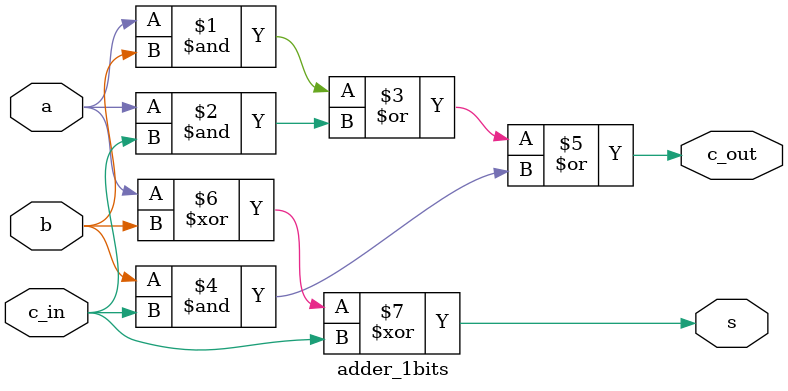
<source format=v>
`timescale 1 ns/1 ps
module adder_1bits
(input c_in,
input  a, b,
output s,
output c_out);


assign  c_out = (a & b) | (a & c_in) | (b & c_in);
assign  s = a^b^c_in;
endmodule
</source>
